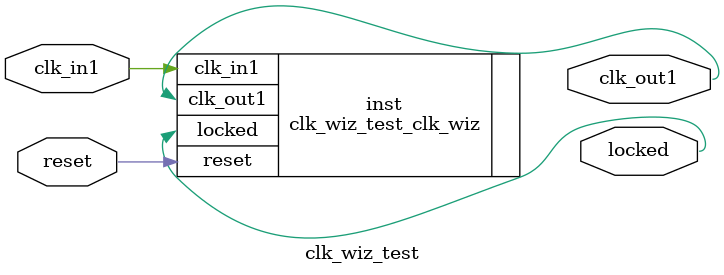
<source format=v>


`timescale 1ps/1ps

(* CORE_GENERATION_INFO = "clk_wiz_test,clk_wiz_v6_0_6_0_0,{component_name=clk_wiz_test,use_phase_alignment=true,use_min_o_jitter=false,use_max_i_jitter=false,use_dyn_phase_shift=false,use_inclk_switchover=false,use_dyn_reconfig=false,enable_axi=0,feedback_source=FDBK_AUTO,PRIMITIVE=MMCM,num_out_clk=1,clkin1_period=10.000,clkin2_period=10.000,use_power_down=false,use_reset=true,use_locked=true,use_inclk_stopped=false,feedback_type=SINGLE,CLOCK_MGR_TYPE=NA,manual_override=false}" *)

module clk_wiz_test 
 (
  // Clock out ports
  output        clk_out1,
  // Status and control signals
  input         reset,
  output        locked,
 // Clock in ports
  input         clk_in1
 );

  clk_wiz_test_clk_wiz inst
  (
  // Clock out ports  
  .clk_out1(clk_out1),
  // Status and control signals               
  .reset(reset), 
  .locked(locked),
 // Clock in ports
  .clk_in1(clk_in1)
  );

endmodule

</source>
